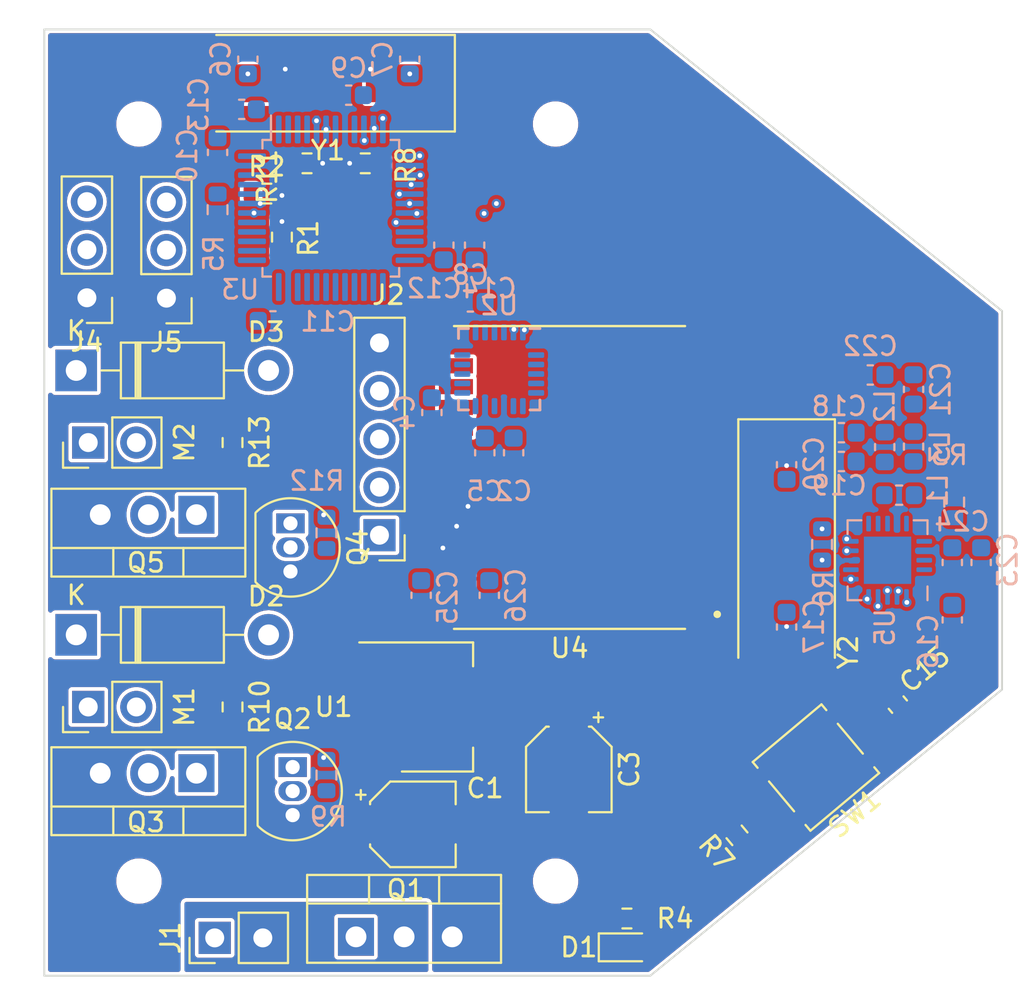
<source format=kicad_pcb>
(kicad_pcb (version 20211014) (generator pcbnew)
  (layers (0 "F.Cu" power) (1 "In1.Cu" mixed) (2 "In2.Cu" mixed) (31 "B.Cu" power) (34 "B.Paste" user) (35 "F.Paste" user) (36 "B.SilkS" user "B.Silkscreen") (37 "F.SilkS" user "F.Silkscreen") (38 "B.Mask" user) (39 "F.Mask" user) (44 "Edge.Cuts" user))
  (net 0 "")
  (net 1 "/SERVO1")
  (net 2 "GND")
  (net 3 "3.3V")
  (net 4 "Net-(C5-Pad1)")
  (net 5 "Net-(C6-Pad2)")
  (net 6 "Net-(C7-Pad2)")
  (net 7 "Net-(C8-Pad1)")
  (net 8 "RESET")
  (net 9 "Net-(D1-Pad1)")
  (net 10 "7.4V")
  (net 11 "Net-(D2-Pad2)")
  (net 12 "Net-(D3-Pad2)")
  (net 13 "/Batt-")
  (net 14 "SWCLK")
  (net 15 "SWDIO")
  (net 16 "RADIO_CE")
  (net 17 "RADIO_CSN")
  (net 18 "SPI_SCK")
  (net 19 "SPI_MOSI")
  (net 20 "SPI_MISO")
  (net 21 "RADIO_IRQ")
  (net 22 "/SERVO2")
  (net 23 "/PWM1")
  (net 24 "Net-(Q2-Pad1)")
  (net 25 "Net-(Q2-Pad2)")
  (net 26 "Net-(Q4-Pad1)")
  (net 27 "Net-(Q4-Pad2)")
  (net 28 "I2C_SCL")
  (net 29 "I2C_SDA")
  (net 30 "Net-(R5-Pad2)")
  (net 31 "/PWM2")
  (net 50 "GPS_IRQ")
  (net 51 "GPS_CSN")
  (net 77 "Net-(C16-Pad1)")
  (net 78 "Net-(C17-Pad1)")
  (net 79 "Net-(C18-Pad2)")
  (net 80 "Net-(C20-Pad1)")
  (net 81 "Net-(C21-Pad1)")
  (net 82 "/Radio/50ohm")
  (net 83 "Net-(L1-Pad1)")
  (net 84 "Net-(L1-Pad2)")
  (net 85 "Net-(R3-Pad2)")
  (footprint "Resistor_SMD:R_0603_1608Metric" (layer "F.Cu") (at 54.5803 57.581987 130)
    (fp_text reference "R7" (at 0 -1.43 130) (layer "F.SilkS"))
    (fp_text value "10k")
    (pad "1" smd roundrect (at -0.825 0 130) (size 0.8 0.95) (layers "F.Cu" "F.Paste" "F.Mask") (net 3 "3.3V"))
    (pad "2" smd roundrect (at 0.825 0 130) (size 0.8 0.95) (layers "F.Cu" "F.Paste" "F.Mask") (net 8 "RESET"))
  )
  (footprint "LED_SMD:LED_0603_1608Metric" (layer "F.Cu") (at 48.768 63.5)
    (fp_text reference "D1" (at -2.54 0) (layer "F.SilkS"))
    (fp_text value "LED")
    (pad "1" smd roundrect (at -0.7875 0) (size 0.875 0.95) (layers "F.Cu" "F.Paste" "F.Mask") (net 9 "Net-(D1-Pad1)"))
    (pad "2" smd roundrect (at 0.7875 0) (size 0.875 0.95) (layers "F.Cu" "F.Paste" "F.Mask") (net 3 "3.3V"))
  )
  (footprint "Connector_PinHeader_2.54mm:PinHeader_1x03_P2.54mm_Vertical" (layer "F.Cu") (at 20.25 29.18 180)
    (fp_text reference "J4" (at 0 -2.33) (layer "F.SilkS"))
    (fp_text value "Servo")
    (pad "1" thru_hole rect (at 0 0 180) (size 1.7 1.7) (drill 1) (layers *.Cu *.Mask) (net 2 "GND"))
    (pad "2" thru_hole oval (at 0 2.54 180) (size 1.7 1.7) (drill 1) (layers *.Cu *.Mask) (net 3 "3.3V"))
    (pad "3" thru_hole oval (at 0 5.08 180) (size 1.7 1.7) (drill 1) (layers *.Cu *.Mask) (net 1 "/SERVO1"))
  )
  (footprint "Package_TO_SOT_THT:TO-220-3_Vertical" (layer "F.Cu") (at 26.035 40.64 180)
    (fp_text reference "Q5" (at 2.667 -2.54) (layer "F.SilkS"))
    (fp_text value "IRLZ44N")
    (pad "1" thru_hole rect (at 0 0 180) (size 1.905 2) (drill 1.1) (layers *.Cu *.Mask) (net 26 "Net-(Q4-Pad1)"))
    (pad "2" thru_hole oval (at 2.54 0 180) (size 1.905 2) (drill 1.1) (layers *.Cu *.Mask) (net 12 "Net-(D3-Pad2)"))
    (pad "3" thru_hole oval (at 5.08 0 180) (size 1.905 2) (drill 1.1) (layers *.Cu *.Mask) (net 2 "GND"))
  )
  (footprint "Connector_PinHeader_2.54mm:PinHeader_1x03_P2.54mm_Vertical" (layer "F.Cu") (at 24.45 29.2 180)
    (fp_text reference "J5" (at 0 -2.33) (layer "F.SilkS"))
    (fp_text value "Servo")
    (pad "1" thru_hole rect (at 0 0 180) (size 1.7 1.7) (drill 1) (layers *.Cu *.Mask) (net 2 "GND"))
    (pad "2" thru_hole oval (at 0 2.54 180) (size 1.7 1.7) (drill 1) (layers *.Cu *.Mask) (net 3 "3.3V"))
    (pad "3" thru_hole oval (at 0 5.08 180) (size 1.7 1.7) (drill 1) (layers *.Cu *.Mask) (net 22 "/SERVO2"))
  )
  (footprint "Crystal:Crystal_SMD_HC49-SD" (layer "F.Cu") (at 32.982 17.845 180)
    (fp_text reference "Y1" (at 0 -3.55 180) (layer "F.SilkS"))
    (fp_text value "8MHz")
    (pad "1" smd rect (at -4.25 0 180) (size 4.5 2) (layers "F.Cu" "F.Paste" "F.Mask") (net 6 "Net-(C7-Pad2)"))
    (pad "2" smd rect (at 4.25 0 180) (size 4.5 2) (layers "F.Cu" "F.Paste" "F.Mask") (net 5 "Net-(C6-Pad2)"))
  )
  (footprint "Resistor_SMD:R_0603_1608Metric" (layer "F.Cu") (at 30.55 25.975 90)
    (fp_text reference "R1" (at -0.064 1.397 90) (layer "F.SilkS"))
    (fp_text value "10k")
    (pad "1" smd roundrect (at -0.825 0 90) (size 0.8 0.95) (layers "F.Cu" "F.Paste" "F.Mask") (net 3 "3.3V"))
    (pad "2" smd roundrect (at 0.825 0 90) (size 0.8 0.95) (layers "F.Cu" "F.Paste" "F.Mask") (net 28 "I2C_SCL"))
  )
  (footprint "Crystal:Crystal_SMD_HC49-SD" (layer "F.Cu") (at 57.2 42.3 -90)
    (fp_text reference "Y2" (at 5.6 -3.25 90) (layer "F.SilkS"))
    (fp_text value "16MHz")
    (pad "1" smd rect (at -4.25 0 270) (size 4.5 2) (layers "F.Cu" "F.Paste" "F.Mask") (net 80 "Net-(C20-Pad1)"))
    (pad "2" smd rect (at 4.25 0 270) (size 4.5 2) (layers "F.Cu" "F.Paste" "F.Mask") (net 78 "Net-(C17-Pad1)"))
  )
  (footprint "Button_Switch_SMD:SW_SPST_TL3305A" (layer "F.Cu") (at 58.75 54 40)
    (fp_text reference "SW1" (at 0 3.175 40) (layer "F.SilkS"))
    (fp_text value "SW_MEC_5E")
    (pad "1" smd rect (at 3.6 -1.5 40) (size 1.6 1.4) (layers "F.Cu" "F.Paste" "F.Mask") (net 8 "RESET"))
    (pad "1" smd rect (at -3.6 -1.5 40) (size 1.6 1.4) (layers "F.Cu" "F.Paste" "F.Mask") (net 8 "RESET"))
    (pad "2" smd rect (at 3.6 1.5 40) (size 1.6 1.4) (layers "F.Cu" "F.Paste" "F.Mask") (net 2 "GND"))
    (pad "2" smd rect (at -3.6 1.5 40) (size 1.6 1.4) (layers "F.Cu" "F.Paste" "F.Mask") (net 2 "GND"))
  )
  (footprint "Resistor_SMD:R_0603_1608Metric" (layer "F.Cu") (at 34.95 22.075 180)
    (fp_text reference "R8" (at -2.15 -0.1 90) (layer "F.SilkS"))
    (fp_text value "1M")
    (pad "1" smd roundrect (at -0.825 0 180) (size 0.8 0.95) (layers "F.Cu" "F.Paste" "F.Mask") (net 3 "3.3V"))
    (pad "2" smd roundrect (at 0.825 0 180) (size 0.8 0.95) (layers "F.Cu" "F.Paste" "F.Mask") (net 23 "/PWM1"))
  )
  (footprint "Package_TO_SOT_THT:TO-220-3_Vertical" (layer "F.Cu") (at 26.035 54.3 180)
    (fp_text reference "Q3" (at 2.667 -2.596) (layer "F.SilkS"))
    (fp_text value "IRLZ44N")
    (pad "1" thru_hole rect (at 0 0 180) (size 1.905 2) (drill 1.1) (layers *.Cu *.Mask) (net 24 "Net-(Q2-Pad1)"))
    (pad "2" thru_hole oval (at 2.54 0 180) (size 1.905 2) (drill 1.1) (layers *.Cu *.Mask) (net 11 "Net-(D2-Pad2)"))
    (pad "3" thru_hole oval (at 5.08 0 180) (size 1.905 2) (drill 1.1) (layers *.Cu *.Mask) (net 2 "GND"))
  )
  (footprint "Package_TO_SOT_SMD:SOT-223-3_TabPin2" (layer "F.Cu") (at 38.735 50.8)
    (fp_text reference "U1" (at -5.461 0) (layer "F.SilkS"))
    (fp_text value "AZ1117-3.3")
    (pad "1" smd rect (at -3.15 -2.3) (size 2 1.5) (layers "F.Cu" "F.Paste" "F.Mask") (net 2 "GND"))
    (pad "2" smd rect (at -3.15 0) (size 2 1.5) (layers "F.Cu" "F.Paste" "F.Mask") (net 3 "3.3V"))
    (pad "2" smd rect (at 3.15 0) (size 2 3.8) (layers "F.Cu" "F.Paste" "F.Mask") (net 3 "3.3V"))
    (pad "3" smd rect (at -3.15 2.3) (size 2 1.5) (layers "F.Cu" "F.Paste" "F.Mask") (net 10 "7.4V"))
  )
  (footprint "Capacitor_SMD:C_0603_1608Metric" (layer "F.Cu") (at 63.075 50.675 130)
    (fp_text reference "C15" (at 0.508 2.286 40) (layer "F.SilkS"))
    (fp_text value "100nF")
    (pad "1" smd roundrect (at -0.775 0 130) (size 0.9 0.95) (layers "F.Cu" "F.Paste" "F.Mask") (net 2 "GND"))
    (pad "2" smd roundrect (at 0.775 0 130) (size 0.9 0.95) (layers "F.Cu" "F.Paste" "F.Mask") (net 8 "RESET"))
  )
  (footprint "Connector_PinHeader_2.54mm:PinHeader_1x02_P2.54mm_Vertical" (layer "F.Cu") (at 27 63 90)
    (fp_text reference "J1" (at 0 -2.33 90) (layer "F.SilkS"))
    (fp_text value "Batterie")
    (pad "1" thru_hole rect (at 0 0 90) (size 1.7 1.7) (drill 1) (layers *.Cu *.Mask) (net 10 "7.4V"))
    (pad "2" thru_hole oval (at 0 2.54 90) (size 1.7 1.7) (drill 1) (layers *.Cu *.Mask) (net 13 "/Batt-"))
  )
  (footprint "Resistor_SMD:R_0603_1608Metric" (layer "F.Cu") (at 31.875 22.075)
    (fp_text reference "R11" (at -2.1 0.7 90) (layer "F.SilkS"))
    (fp_text value "1M")
    (pad "1" smd roundrect (at -0.825 0) (size 0.8 0.95) (layers "F.Cu" "F.Paste" "F.Mask") (net 3 "3.3V"))
    (pad "2" smd roundrect (at 0.825 0) (size 0.8 0.95) (layers "F.Cu" "F.Paste" "F.Mask") (net 31 "/PWM2"))
  )
  (footprint "Resistor_SMD:R_0603_1608Metric" (layer "F.Cu") (at 27.94 36.83 -90)
    (fp_text reference "R13" (at 0 -1.43 90) (layer "F.SilkS"))
    (fp_text value "10k")
    (pad "1" smd roundrect (at -0.825 0 270) (size 0.8 0.95) (layers "F.Cu" "F.Paste" "F.Mask") (net 10 "7.4V"))
    (pad "2" smd roundrect (at 0.825 0 270) (size 0.8 0.95) (layers "F.Cu" "F.Paste" "F.Mask") (net 26 "Net-(Q4-Pad1)"))
  )
  (footprint "Package_TO_SOT_THT:TO-92_Inline" (layer "F.Cu") (at 31 41.1 -90)
    (fp_text reference "Q4" (at 1.27 -3.56 90) (layer "F.SilkS"))
    (fp_text value "BC547")
    (pad "1" thru_hole rect (at 0 0 270) (size 1.05 1.5) (drill 0.75) (layers *.Cu *.Mask) (net 26 "Net-(Q4-Pad1)"))
    (pad "2" thru_hole oval (at 1.27 0 270) (size 1.05 1.5) (drill 0.75) (layers *.Cu *.Mask) (net 27 "Net-(Q4-Pad2)"))
    (pad "3" thru_hole oval (at 2.54 0 270) (size 1.05 1.5) (drill 0.75) (layers *.Cu *.Mask) (net 2 "GND"))
  )
  (footprint "Resistor_SMD:R_0603_1608Metric" (layer "F.Cu") (at 48.768 61.976)
    (fp_text reference "R4" (at 2.54 0) (layer "F.SilkS"))
    (fp_text value "170")
    (pad "1" smd roundrect (at -0.825 0) (size 0.8 0.95) (layers "F.Cu" "F.Paste" "F.Mask") (net 9 "Net-(D1-Pad1)"))
    (pad "2" smd roundrect (at 0.825 0) (size 0.8 0.95) (layers "F.Cu" "F.Paste" "F.Mask") (net 2 "GND"))
  )
  (footprint "MountingHole:MountingHole_2mm" (layer "F.Cu") (at 45 20)
    (fp_text reference "**REF" hide)
    (fp_text value "MountingHole_2mm")
    (pad "" np_thru_hole circle locked (at 0 0) (size 2 2) (drill 2) (layers *.Mask "F.Cu" "In1.Cu" "In2.Cu" "B.Cu"))
  )
  (footprint "MountingHole:MountingHole_2mm" (layer "F.Cu") (at 23 60)
    (fp_text reference "REF**" hide)
    (fp_text value "MountingHole_2mm")
    (pad "" np_thru_hole circle locked (at 0 0) (size 2 2) (drill 2) (layers *.Mask "F.Cu" "In1.Cu" "In2.Cu" "B.Cu"))
  )
  (footprint "MountingHole:MountingHole_2mm" (layer "F.Cu") (at 23 20)
    (fp_text reference "**REF" hide)
    (fp_text value "MountingHole_2mm")
    (pad "" np_thru_hole circle locked (at 0 0) (size 2 2) (drill 2) (layers *.Cu *.Mask))
  )
  (footprint "Connector_PinHeader_2.54mm:PinHeader_1x02_P2.54mm_Vertical" (layer "F.Cu") (at 20.32 50.8 90)
    (fp_text reference "M1" (at 0 5.08 90) (layer "F.SilkS"))
    (fp_text value "Motor_DC")
    (pad "1" thru_hole rect (at 0 0 90) (size 1.7 1.7) (drill 1) (layers *.Cu *.Mask) (net 10 "7.4V"))
    (pad "2" thru_hole oval (at 0 2.54 90) (size 1.7 1.7) (drill 1) (layers *.Cu *.Mask) (net 11 "Net-(D2-Pad2)"))
  )
  (footprint "Capacitor_SMD:CP_Elec_4x5.4" (layer "F.Cu") (at 37.465 57)
    (fp_text reference "C1" (at 3.81 -1.905) (layer "F.SilkS"))
    (fp_text value "10uF")
    (pad "1" smd roundrect (at -1.8 0) (size 2.6 1.6) (layers "F.Cu" "F.Paste" "F.Mask") (roundrect_rratio 0.15625) (net 10 "7.4V"))
    (pad "2" smd roundrect (at 1.8 0) (size 2.6 1.6) (layers "F.Cu" "F.Paste" "F.Mask") (roundrect_rratio 0.15625) (net 2 "GND"))
  )
  (footprint "Diode_THT:D_DO-41_SOD81_P10.16mm_Horizontal" (layer "F.Cu") (at 19.685 33.02)
    (fp_text reference "D3" (at 10.033 -2.032) (layer "F.SilkS"))
    (fp_text value "1N5819")
    (fp_text user "K" (at 0 -2.1) (layer "F.SilkS"))
    (pad "1" thru_hole rect (at 0 0) (size 2.2 2.2) (drill 1.1) (layers *.Cu *.Mask) (net 10 "7.4V"))
    (pad "2" thru_hole oval (at 10.16 0) (size 2.2 2.2) (drill 1.1) (layers *.Cu *.Mask) (net 12 "Net-(D3-Pad2)"))
  )
  (footprint "ICs:XCVR_NEO-M9N-00B" (layer "F.Cu") (at 45.7375 38.675 180)
    (fp_text reference "U4" (at 0 -9.017) (layer "F.SilkS"))
    (fp_text value "NEO-M9N-00B")
    (pad "1" smd rect (at -6 -7 180) (size 1.8 0.8) (layers "F.Cu" "F.Mask"))
    (pad "2" smd rect (at -6 -5.9 180) (size 1.8 0.8) (layers "F.Cu" "F.Mask") (net 2 "GND"))
    (pad "3" smd rect (at -6 -4.8 180) (size 1.8 0.8) (layers "F.Cu" "F.Mask"))
    (pad "4" smd rect (at -6 -3.7 180) (size 1.8 0.8) (layers "F.Cu" "F.Mask") (net 50 "GPS_IRQ"))
    (pad "5" smd rect (at -6 -2.6 180) (size 1.8 0.8) (layers "F.Cu" "F.Mask"))
    (pad "6" smd rect (at -6 -1.5 180) (size 1.8 0.8) (layers "F.Cu" "F.Mask"))
    (pad "7" smd rect (at -6 -0.4 180) (size 1.8 0.8) (layers "F.Cu" "F.Mask") (net 2 "GND"))
    (pad "8" smd rect (at -6 2.6 180) (size 1.8 0.8) (layers "F.Cu" "F.Mask") (net 8 "RESET"))
    (pad "9" smd rect (at -6 3.7 180) (size 1.8 0.8) (layers "F.Cu" "F.Mask"))
    (pad "10" smd rect (at -6 4.8 180) (size 1.8 0.8) (layers "F.Cu" "F.Mask") (net 2 "GND"))
    (pad "11" smd rect (at -6 5.9 180) (size 1.8 0.8) (layers "F.Cu" "F.Mask"))
    (pad "12" smd rect (at -6 7 180) (size 1.8 0.8) (layers "F.Cu" "F.Mask") (net 2 "GND"))
    (pad "13" smd rect (at 6 7 180) (size 1.8 0.8) (layers "F.Cu" "F.Mask") (net 2 "GND"))
    (pad "14" smd rect (at 6 5.9 180) (size 1.8 0.8) (layers "F.Cu" "F.Mask"))
    (pad "15" smd rect (at 6 4.8 180) (size 1.8 0.8) (layers "F.Cu" "F.Mask"))
    (pad "16" smd rect (at 6 3.7 180) (size 1.8 0.8) (layers "F.Cu" "F.Mask"))
    (pad "17" smd rect (at 6 2.6 180) (size 1.8 0.8) (layers "F.Cu" "F.Mask"))
    (pad "18" smd rect (at 6 -0.4 180) (size 1.8 0.8) (layers "F.Cu" "F.Mask") (net 51 "GPS_CSN"))
    (pad "19" smd rect (at 6 -1.5 180) (size 1.8 0.8) (layers "F.Cu" "F.Mask") (net 18 "SPI_SCK"))
    (pad "20" smd rect (at 6 -2.6 180) (size 1.8 0.8) (layers "F.Cu" "F.Mask") (net 20 "SPI_MISO"))
    (pad "21" smd rect (at 6 -3.7 180) (size 1.8 0.8) (layers "F.Cu" "F.Mask") (net 19 "SPI_MOSI"))
    (pad "22" smd rect (at 6 -4.8 180) (size 1.8 0.8) (layers "F.Cu" "F.Mask") (net 3 "3.3V"))
    (pad "23" smd rect (at 6 -5.9 180) (size 1.8 0.8) (layers "F.Cu" "F.Mask") (net 3 "3.3V"))
    (pad "24" smd rect (at 6 -7 180) (size 1.8 0.8) (layers "F.Cu" "F.Mask") (net 2 "GND"))
  )
  (footprint "MountingHole:MountingHole_2mm" (layer "F.Cu") (at 45 60)
    (fp_text reference "REF**" hide)
    (fp_text value "MountingHole_2mm")
    (pad "" np_thru_hole circle locked (at 0 0) (size 2 2) (drill 2) (layers *.Mask "F.Cu" "In1.Cu" "In2.Cu" "B.Cu"))
  )
  (footprint "Connector_PinHeader_2.54mm:PinHeader_1x05_P2.54mm_Vertical" (layer "F.Cu") (at 35.7 41.725 180)
    (fp_text reference "J2" (at -0.472043 12.691224) (layer "F.SilkS"))
    (fp_text value "Debug")
    (pad "1" thru_hole rect (at 0 0 180) (size 1.7 1.7) (drill 1) (layers *.Cu *.Mask) (net 3 "3.3V"))
    (pad "2" thru_hole oval (at 0 2.54 180) (size 1.7 1.7) (drill 1) (layers *.Cu *.Mask) (net 14 "SWCLK"))
    (pad "3" thru_hole oval (at 0.000001 5.08 180) (size 1.7 1.7) (drill 1) (layers *.Cu *.Mask) (net 15 "SWDIO"))
    (pad "4" thru_hole oval (at 0 7.62 180) (size 1.7 1.7) (drill 1) (layers *.Cu *.Mask) (net 8 "RESET"))
    (pad "5" thru_hole oval (at 0 10.16 180) (size 1.7 1.7) (drill 1) (layers *.Cu *.Mask) (net 2 "GND"))
  )
  (footprint "Package_TO_SOT_THT:TO-92_Inline" (layer "F.Cu") (at 31.115 53.975 -90)
    (fp_text reference "Q2" (at -2.54 0 180) (layer "F.SilkS"))
    (fp_text value "BC547")
    (pad "1" thru_hole rect (at 0 0 270) (size 1.05 1.5) (drill 0.75) (layers *.Cu *.Mask) (net 24 "Net-(Q2-Pad1)"))
    (pad "2" thru_hole oval (at 1.27 0 270) (size 1.05 1.5) (drill 0.75) (layers *.Cu *.Mask) (net 25 "Net-(Q2-Pad2)"))
    (pad "3" thru_hole oval (at 2.54 0 270) (size 1.05 1.5) (drill 0.75) (layers *.Cu *.Mask) (net 2 "GND"))
  )
  (footprint "Package_TO_SOT_THT:TO-220-3_Vertical" (layer "F.Cu") (at 34.46 62.945)
    (fp_text reference "Q1" (at 2.624 -2.493 180) (layer "F.SilkS"))
    (fp_text value "IRLZ44N")
    (pad "1" thru_hole rect (at 0 0) (size 1.905 2) (drill 1.1) (layers *.Cu *.Mask) (net 10 "7.4V"))
    (pad "2" thru_hole oval (at 2.54 0) (size 1.905 2) (drill 1.1) (layers *.Cu *.Mask) (net 13 "/Batt-"))
    (pad "3" thru_hole oval (at 5.08 0) (size 1.905 2) (drill 1.1) (layers *.Cu *.Mask) (net 2 "GND"))
  )
  (footprint "Diode_THT:D_DO-41_SOD81_P10.16mm_Horizontal" (layer "F.Cu") (at 19.685 46.99)
    (fp_text reference "D2" (at 10.033 -2.032) (layer "F.SilkS"))
    (fp_text value "1N5819")
    (fp_text user "K" (at 0 -2.1) (layer "F.SilkS"))
    (pad "1" thru_hole rect (at 0 0) (size 2.2 2.2) (drill 1.1) (layers *.Cu *.Mask) (net 10 "7.4V"))
    (pad "2" thru_hole oval (at 10.16 0) (size 2.2 2.2) (drill 1.1) (layers *.Cu *.Mask) (net 11 "Net-(D2-Pad2)"))
  )
  (footprint "Capacitor_SMD:CP_Elec_4x5.4" (layer "F.Cu") (at 45.7 54.1 -90)
    (fp_text reference "C3" (at 0 -3.2 90) (layer "F.SilkS"))
    (fp_text value "22uF")
    (pad "1" smd roundrect (at -1.8 0 270) (size 2.6 1.6) (layers "F.Cu" "F.Paste" "F.Mask") (roundrect_rratio 0.15625) (net 3 "3.3V"))
    (pad "2" smd roundrect (at 1.8 0 270) (size 2.6 1.6) (layers "F.Cu" "F.Paste" "F.Mask") (roundrect_rratio 0.15625) (net 2 "GND"))
  )
  (footprint "Resistor_SMD:R_0603_1608Metric" (layer "F.Cu") (at 29.75 23.675)
    (fp_text reference "R2" (at 0 -1.43) (layer "F.SilkS"))
    (fp_text value "10k")
    (pad "1" smd roundrect (at -0.825 0) (size 0.8 0.95) (layers "F.Cu" "F.Paste" "F.Mask") (net 3 "3.3V"))
    (pad "2" smd roundrect (at 0.825 0) (size 0.8 0.95) (layers "F.Cu" "F.Paste" "F.Mask") (net 29 "I2C_SDA"))
  )
  (footprint "Resistor_SMD:R_0603_1608Metric" (layer "F.Cu") (at 27.94 50.8 -90)
    (fp_text reference "R10" (at 0 -1.43 90) (layer "F.SilkS"))
    (fp_text value "10k")
    (pad "1" smd roundrect (at -0.825 0 270) (size 0.8 0.95) (layers "F.Cu" "F.Paste" "F.Mask") (net 10 "7.4V"))
    (pad "2" smd roundrect (at 0.825 0 270) (size 0.8 0.95) (layers "F.Cu" "F.Paste" "F.Mask") (net 24 "Net-(Q2-Pad1)"))
  )
  (footprint "Connector_PinHeader_2.54mm:PinHeader_1x02_P2.54mm_Vertical" (layer "F.Cu") (at 20.32 36.83 90)
    (fp_text reference "M2" (at 0 5.08 270) (layer "F.SilkS"))
    (fp_text value "Motor_DC")
    (pad "1" thru_hole rect (at 0 0 90) (size 1.7 1.7) (drill 1) (layers *.Cu *.Mask) (net 10 "7.4V"))
    (pad "2" thru_hole oval (at 0 2.54 90) (size 1.7 1.7) (drill 1) (layers *.Cu *.Mask) (net 12 "Net-(D3-Pad2)"))
  )
  (footprint "Resistor_SMD:R_0603_1608Metric" (layer "B.Cu") (at 32.9 54.4 -90)
    (fp_text reference "R9" (at 2.2 -0.1 180) (layer "B.SilkS") (effects (justify mirror)))
    (fp_text value "20k")
    (pad "1" smd roundrect (at -0.825 0 270) (size 0.8 0.95) (layers "B.Cu" "B.Paste" "B.Mask") (net 23 "/PWM1"))
    (pad "2" smd roundrect (at 0.825 0 270) (size 0.8 0.95) (layers "B.Cu" "B.Paste" "B.Mask") (net 25 "Net-(Q2-Pad2)"))
  )
  (footprint "Capacitor_SMD:C_0603_1608Metric" (layer "B.Cu") (at 42.786 37.368 -90)
    (fp_text reference "C2" (at 2.032 0) (layer "B.SilkS") (effects (justify mirror)))
    (fp_text value "10nF")
    (pad "1" smd roundrect (at -0.775 0 270) (size 0.9 0.95) (layers "B.Cu" "B.Paste" "B.Mask") (net 3 "3.3V"))
    (pad "2" smd roundrect (at 0.775 0 270) (size 0.9 0.95) (layers "B.Cu" "B.Paste" "B.Mask") (net 2 "GND"))
  )
  (footprint "Capacitor_SMD:C_0603_1608Metric" (layer "B.Cu") (at 37.9 44.9 -90)
    (fp_text reference "C25" (at 0.114 -1.397 90) (layer "B.SilkS") (effects (justify mirror)))
    (fp_text value "100nF")
    (pad "1" smd roundrect (at -0.775 0 270) (size 0.9 0.95) (layers "B.Cu" "B.Paste" "B.Mask") (net 3 "3.3V"))
    (pad "2" smd roundrect (at 0.775 0 270) (size 0.9 0.95) (layers "B.Cu" "B.Paste" "B.Mask") (net 2 "GND"))
  )
  (footprint "Capacitor_SMD:C_0603_1608Metric" (layer "B.Cu") (at 28.75 16.575 -90)
    (fp_text reference "C6" (at 0 1.43 90) (layer "B.SilkS") (effects (justify mirror)))
    (fp_text value "30pF")
    (pad "1" smd roundrect (at -0.775 0 270) (size 0.9 0.95) (layers "B.Cu" "B.Paste" "B.Mask") (net 2 "GND"))
    (pad "2" smd roundrect (at 0.775 0 270) (size 0.9 0.95) (layers "B.Cu" "B.Paste" "B.Mask") (net 5 "Net-(C6-Pad2)"))
  )
  (footprint "Capacitor_SMD:C_0603_1608Metric" (layer "B.Cu") (at 61.619 33.259)
    (fp_text reference "C22" (at 0 -1.524) (layer "B.SilkS") (effects (justify mirror)))
    (fp_text value "1.0pF")
    (pad "1" smd roundrect (at -0.775 0) (size 0.9 0.95) (layers "B.Cu" "B.Paste" "B.Mask") (net 2 "GND"))
    (pad "2" smd roundrect (at 0.775 0) (size 0.9 0.95) (layers "B.Cu" "B.Paste" "B.Mask") (net 82 "/Radio/50ohm"))
  )
  (footprint "Capacitor_SMD:C_0603_1608Metric" (layer "B.Cu") (at 41.5 44.9 -90)
    (fp_text reference "C26" (at 0.013 -1.397 90) (layer "B.SilkS") (effects (justify mirror)))
    (fp_text value "100nF")
    (pad "1" smd roundrect (at -0.775 0 270) (size 0.9 0.95) (layers "B.Cu" "B.Paste" "B.Mask") (net 3 "3.3V"))
    (pad "2" smd roundrect (at 0.775 0 270) (size 0.9 0.95) (layers "B.Cu" "B.Paste" "B.Mask") (net 2 "GND"))
  )
  (footprint "Capacitor_SMD:C_0603_1608Metric" (layer "B.Cu") (at 39.1 26.4 90)
    (fp_text reference "C12" (at -2.286 -0.508) (layer "B.SilkS") (effects (justify mirror)))
    (fp_text value "100nF")
    (pad "1" smd roundrect (at -0.775 0 90) (size 0.9 0.95) (layers "B.Cu" "B.Paste" "B.Mask") (net 3 "3.3V"))
    (pad "2" smd roundrect (at 0.775 0 90) (size 0.9 0.95) (layers "B.Cu" "B.Paste" "B.Mask") (net 2 "GND"))
  )
  (footprint "Capacitor_SMD:C_0603_1608Metric" (layer "B.Cu") (at 41.262 37.368 -90)
    (fp_text reference "C5" (at 2.032 0) (layer "B.SilkS") (effects (justify mirror)))
    (fp_text value "0.1uF")
    (pad "1" smd roundrect (at -0.775 0 270) (size 0.9 0.95) (layers "B.Cu" "B.Paste" "B.Mask") (net 4 "Net-(C5-Pad1)"))
    (pad "2" smd roundrect (at 0.775 0 270) (size 0.9 0.95) (layers "B.Cu" "B.Paste" "B.Mask") (net 2 "GND"))
  )
  (footprint "Capacitor_SMD:C_0603_1608Metric" (layer "B.Cu") (at 63.905 34.021 90)
    (fp_text reference "C21" (at 0 1.43 90) (layer "B.SilkS") (effects (justify mirror)))
    (fp_text value "1.5pF")
    (pad "1" smd roundrect (at -0.775 0 90) (size 0.9 0.95) (layers "B.Cu" "B.Paste" "B.Mask") (net 81 "Net-(C21-Pad1)"))
    (pad "2" smd roundrect (at 0.775 0 90) (size 0.9 0.95) (layers "B.Cu" "B.Paste" "B.Mask") (net 82 "/Radio/50ohm"))
  )
  (footprint "Resistor_SMD:R_0603_1608Metric" (layer "B.Cu") (at 66.05 39.975 -90)
    (fp_text reference "R3" (at -2.477 0.254) (layer "B.SilkS") (effects (justify mirror)))
    (fp_text value "22k")
    (pad "1" smd roundrect (at -0.825 0 270) (size 0.8 0.95) (layers "B.Cu" "B.Paste" "B.Mask") (net 2 "GND"))
    (pad "2" smd roundrect (at 0.825 0 270) (size 0.8 0.95) (layers "B.Cu" "B.Paste" "B.Mask") (net 85 "Net-(R3-Pad2)"))
  )
  (footprint "Capacitor_SMD:C_0603_1608Metric" (layer "B.Cu") (at 65.95 43.165 -90)
    (fp_text reference "C24" (at -2.159 -0.508) (layer "B.SilkS") (effects (justify mirror)))
    (fp_text value "1nF")
    (pad "1" smd roundrect (at -0.775 0 270) (size 0.9 0.95) (layers "B.Cu" "B.Paste" "B.Mask") (net 3 "3.3V"))
    (pad "2" smd roundrect (at 0.775 0 270) (size 0.9 0.95) (layers "B.Cu" "B.Paste" "B.Mask") (net 2 "GND"))
  )
  (footprint "Capacitor_SMD:C_0603_1608Metric" (layer "B.Cu") (at 60.095 37.831)
    (fp_text reference "C19" (at -0.114 1.27) (layer "B.SilkS") (effects (justify mirror)))
    (fp_text value "4.7pF")
    (pad "1" smd roundrect (at -0.775 0) (size 0.9 0.95) (layers "B.Cu" "B.Paste" "B.Mask") (net 2 "GND"))
    (pad "2" smd roundrect (at 0.775 0) (size 0.9 0.95) (layers "B.Cu" "B.Paste" "B.Mask") (net 79 "Net-(C18-Pad2)"))
  )
  (footprint "Capacitor_SMD:C_0603_1608Metric" (layer "B.Cu") (at 57.2 38 90)
    (fp_text reference "C20" (at 0.05 1.45 90) (layer "B.SilkS") (effects (justify mirror)))
    (fp_text value "22pF")
    (pad "1" smd roundrect (at -0.775 0 90) (size 0.9 0.95) (layers "B.Cu" "B.Paste" "B.Mask") (net 80 "Net-(C20-Pad1)"))
    (pad "2" smd roundrect (at 0.775 0 90) (size 0.9 0.95) (layers "B.Cu" "B.Paste" "B.Mask") (net 2 "GND"))
  )
  (footprint "Inductor_SMD:L_0603_1608Metric" (layer "B.Cu") (at 63.905 37.0435 90)
    (fp_text reference "L3" (at -0.0255 1.397 90) (layer "B.SilkS") (effects (justify mirror)))
    (fp_text value "3.9nH")
    (pad "1" smd roundrect (at -0.7875 0 90) (size 0.875 0.95) (layers "B.Cu" "B.Paste" "B.Mask") (net 84 "Net-(L1-Pad2)"))
    (pad "2" smd roundrect (at 0.7875 0 90) (size 0.875 0.95) (layers "B.Cu" "B.Paste" "B.Mask") (net 81 "Net-(C21-Pad1)"))
  )
  (footprint "Resistor_SMD:R_0603_1608Metric" (layer "B.Cu") (at 32.9 41.6 -90)
    (fp_text reference "R12" (at -2.75 0.5 180) (layer "B.SilkS") (effects (justify mirror)))
    (fp_text value "20k")
    (pad "1" smd roundrect (at -0.825 0 270) (size 0.8 0.95) (layers "B.Cu" "B.Paste" "B.Mask") (net 31 "/PWM2"))
    (pad "2" smd roundrect (at 0.825 0 270) (size 0.8 0.95) (layers "B.Cu" "B.Paste" "B.Mask") (net 27 "Net-(Q4-Pad2)"))
  )
  (footprint "Capacitor_SMD:C_0603_1608Metric" (layer "B.Cu") (at 37.3 16.575 -90)
    (fp_text reference "C7" (at 0 1.43 -270) (layer "B.SilkS") (effects (justify mirror)))
    (fp_text value "30pF")
    (pad "1" smd roundrect (at -0.775 0 270) (size 0.9 0.95) (layers "B.Cu" "B.Paste" "B.Mask") (net 2 "GND"))
    (pad "2" smd roundrect (at 0.775 0 270) (size 0.9 0.95) (layers "B.Cu" "B.Paste" "B.Mask") (net 6 "Net-(C7-Pad2)"))
  )
  (footprint "Capacitor_SMD:C_0603_1608Metric" (layer "B.Cu") (at 40.725 26.4 90)
    (fp_text reference "C14" (at -2.286 0.762) (layer "B.SilkS") (effects (justify mirror)))
    (fp_text value "10uF")
    (pad "1" smd roundrect (at -0.775 0 90) (size 0.9 0.95) (layers "B.Cu" "B.Paste" "B.Mask") (net 3 "3.3V"))
    (pad "2" smd roundrect (at 0.775 0 90) (size 0.9 0.95) (layers "B.Cu" "B.Paste" "B.Mask") (net 2 "GND"))
  )
  (footprint "Resistor_SMD:R_0603_1608Metric" (layer "B.Cu") (at 27.15 24.525 90)
    (fp_text reference "R5" (at -2.325 -0.203 90) (layer "B.SilkS") (effects (justify mirror)))
    (fp_text value "10k")
    (pad "1" smd roundrect (at -0.825 0 90) (size 0.8 0.95) (layers "B.Cu" "B.Paste" "B.Mask") (net 2 "GND"))
    (pad "2" smd roundrect (at 0.825 0 90) (size 0.8 0.95) (layers "B.Cu" "B.Paste" "B.Mask") (net 30 "Net-(R5-Pad2)"))
  )
  (footprint "Capacitor_SMD:C_0603_1608Metric" (layer "B.Cu") (at 40.5 29.4 180)
    (fp_text reference "C8" (at 0 1.43) (layer "B.SilkS") (effects (justify mirror)))
    (fp_text value "2.2nF 50V")
    (pad "1" smd roundrect (at -0.775 0 180) (size 0.9 0.95) (layers "B.Cu" "B.Paste" "B.Mask") (net 7 "Net-(C8-Pad1)"))
    (pad "2" smd roundrect (at 0.775 0 180) (size 0.9 0.95) (layers "B.Cu" "B.Paste" "B.Mask") (net 2 "GND"))
  )
  (footprint "Inductor_SMD:L_0603_1608Metric" (layer "B.Cu") (at 62.381 37.069 90)
    (fp_text reference "L2" (at 2.159 0 90) (layer "B.SilkS") (effects (justify mirror)))
    (fp_text value "2.7nH")
    (pad "1" smd roundrect (at -0.7875 0 90) (size 0.875 0.95) (layers "B.Cu" "B.Paste" "B.Mask") (net 83 "Net-(L1-Pad1)"))
    (pad "2" smd roundrect (at 0.7875 0 90) (size 0.875 0.95) (layers "B.Cu" "B.Paste" "B.Mask") (net 79 "Net-(C18-Pad2)"))
  )
  (footprint "Resistor_SMD:R_0603_1608Metric" (layer "B.Cu") (at 59.074 42.215 90)
    (fp_text reference "R6" (at -2.354 0.082 90) (layer "B.SilkS") (effects (justify mirror)))
    (fp_text value "1M")
    (pad "1" smd roundrect (at -0.825 0 90) (size 0.8 0.95) (layers "B.Cu" "B.Paste" "B.Mask") (net 78 "Net-(C17-Pad1)"))
    (pad "2" smd roundrect (at 0.825 0 90) (size 0.8 0.95) (layers "B.Cu" "B.Paste" "B.Mask") (net 80 "Net-(C20-Pad1)"))
  )
  (footprint "Capacitor_SMD:C_0603_1608Metric" (layer "B.Cu") (at 60.095 36.307)
    (fp_text reference "C18" (at -0.114 -1.397) (layer "B.SilkS") (effects (justify mirror)))
    (fp_text value "2.2nF")
    (pad "1" smd roundrect (at -0.775 0) (size 0.9 0.95) (layers "B.Cu" "B.Paste" "B.Mask") (net 2 "GND"))
    (pad "2" smd roundrect (at 0.775 0) (size 0.9 0.95) (layers "B.Cu" "B.Paste" "B.Mask") (net 79 "Net-(C18-Pad2)"))
  )
  (footprint "Inductor_SMD:L_0603_1608Metric" (layer "B.Cu") (at 63.143 39.609)
    (fp_text reference "L1" (at 2.045 -0.254 90) (layer "B.SilkS") (effects (justify mirror)))
    (fp_text value "8.2nH")
    (pad "1" smd roundrect (at -0.7875 0) (size 0.875 0.95) (layers "B.Cu" "B.Paste" "B.Mask") (net 83 "Net-(L1-Pad1)"))
    (pad "2" smd roundrect (at 0.7875 0) (size 0.875 0.95) (layers "B.Cu" "B.Paste" "B.Mask") (net 84 "Net-(L1-Pad2)"))
  )
  (footprint "Capacitor_SMD:C_0603_1608Metric" (layer "B.Cu") (at 65.95 46.2 -90)
    (fp_text reference "C16" (at 1.143 1.27 90) (layer "B.SilkS") (effects (justify mirror)))
    (fp_text value "33nF")
    (pad "1" smd roundrect (at -0.775 0 270) (size 0.9 0.95) (layers "B.Cu" "B.Paste" "B.Mask") (net 77 "Net-(C16-Pad1)"))
    (pad "2" smd roundrect (at 0.775 0 270) (size 0.9 0.95) (layers "B.Cu" "B.Paste" "B.Mask") (net 2 "GND"))
  )
  (footprint "Capacitor_SMD:C_0603_1608Metric" (layer "B.Cu") (at 34.075 18.475 180)
    (fp_text reference "C9" (at 0 1.43) (layer "B.SilkS") (effects (justify mirror)))
    (fp_text value "100nF")
    (pad "1" smd roundrect (at -0.775 0 180) (size 0.9 0.95) (layers "B.Cu" "B.Paste" "B.Mask") (net 3 "3.3V"))
    (pad "2" smd roundrect (at 0.775 0 180) (size 0.9 0.95) (layers "B.Cu" "B.Paste" "B.Mask") (net 2 "GND"))
  )
  (footprint "Package_DFN_QFN:QFN-20-1EP_4x4mm_P0.5mm_EP2.5x2.5mm" (layer "B.Cu") (at 62.531 43.048 90)
    (fp_text reference "U5" (at -3.546 -0.137 90) (layer "B.SilkS") (effects (justify mirror)))
    (fp_text value "NRF24L01")
    (pad "1" smd roundrect (at -1.9375 1 90) (size 0.825 0.25) (layers "B.Cu" "B.Paste" "B.Mask") (net 16 "RADIO_CE"))
    (pad "2" smd roundrect (at -1.9375 0.5 90) (size 0.825 0.25) (layers "B.Cu" "B.Paste" "B.Mask") (net 17 "RADIO_CSN"))
    (pad "3" smd roundrect (at -1.9375 0 90) (size 0.825 0.25) (layers "B.Cu" "B.Paste" "B.Mask") (net 18 "SPI_SCK"))
    (pad "4" smd roundrect (at -1.9375 -0.5 90) (size 0.825 0.25) (layers "B.Cu" "B.Paste" "B.Mask") (net 19 "SPI_MOSI"))
    (pad "5" smd roundrect (at -1.9375 -1 90) (size 0.825 0.25) (layers "B.Cu" "B.Paste" "B.Mask") (net 20 "SPI_MISO"))
    (pad "6" smd roundrect (at -1 -1.9375 90) (size 0.25 0.825) (layers "B.Cu" "B.Paste" "B.Mask") (net 21 "RADIO_IRQ"))
    (pad "7" smd roundrect (at -0.5 -1.9375 90) (size 0.25 0.825) (layers "B.Cu" "B.Paste" "B.Mask") (net 3 "3.3V"))
    (pad "8" smd roundrect (at 0 -1.9375 90) (size 0.25 0.825) (layers "B.Cu" "B.Paste" "B.Mask") (net 2 "GND"))
    (pad "9" smd roundrect (at 0.5 -1.9375 90) (size 0.25 0.825) (layers "B.Cu" "B.Paste" "B.Mask") (net 78 "Net-(C17-Pad1)"))
    (pad "10" smd roundrect (at 1 -1.9375 90) (size 0.25 0.825) (layers "B.Cu" "B.Paste" "B.Mask") (net 80 "Net-(C20-Pad1)"))
    (pad "11" smd roundrect (at 1.9375 -1 90) (size 0.825 0.25) (layers "B.Cu" "B.Paste" "B.Mask") (net 79 "Net-(C18-Pad2)"))
    (pad "12" smd roundrect (at 1.9375 -0.5 90) (size 0.825 0.25) (layers "B.Cu" "B.Paste" "B.Mask") (net 83 "Net-(L1-Pad1)"))
    (pad "13" smd roundrect (at 1.9375 0 90) (size 0.825 0.25) (layers "B.Cu" "B.Paste" "B.Mask") (net 84 "Net-(L1-Pad2)"))
    (pad "14" smd roundrect (at 1.9375 0.5 90) (size 0.825 0.25) (layers "B.Cu" "B.Paste" "B.Mask") (net 2 "GND"))
    (pad "15" smd roundrect (at 1.9375 1 90) (size 0.825 0.25) (layers "B.Cu" "B.Paste" "B.Mask") (net 3 "3.3V"))
    (pad "16" smd roundrect (at 1 1.9375 90) (size 0.25 0.825) (layers "B.Cu" "B.Paste" "B.Mask") (net 85 "Net-(R3-Pad2)"))
    (pad "17" smd roundrect (at 0.5 1.9375 90) (size 0.25 0.825) (layers "B.Cu" "B.Paste" "B.Mask") (net 2 "GND"))
    (pad "18" smd roundrect (at 0 1.9375 90) (size 0.25 0.825) (layers "B.Cu" "B.Paste" "B.Mask") (net 3 "3.3V"))
    (pad "19" smd roundrect (at -0.5 1.9375 90) (size 0.25 0.825) (layers "B.Cu" "B.Paste" "B.Mask") (net 77 "Net-(C16-Pad1)"))
    (pad "20" smd roundrect (at -1 1.9375 90) (size 0.25 0.825) (layers "B.Cu" "B.Paste" "B.Mask") (net 2 "GND"))
    (pad "21" smd rect (at 0 0 90) (size 2.5 2.5) (layers "B.Cu" "B.Mask"))
  )
  (footprint "Capacitor_SMD:C_0603_1608Metric" (layer "B.Cu") (at 67.474 43.165 -90)
    (fp_text reference "C23" (at -0.127 -1.397 90) (layer "B.SilkS") (effects (justify mirror)))
    (fp_text value "10nF")
    (pad "1" smd roundrect (at -0.775 0 270) (size 0.9 0.95) (layers "B.Cu" "B.Paste" "B.Mask") (net 3 "3.3V"))
    (pad "2" smd roundrect (at 0.775 0 270) (size 0.9 0.95) (layers "B.Cu" "B.Paste" "B.Mask") (net 2 "GND"))
  )
  (footprint "Capacitor_SMD:C_0603_1608Metric" (layer "B.Cu") (at 38.468 35.242 -90)
    (fp_text reference "C4" (at 0 1.43 90) (layer "B.SilkS") (effects (justify mirror)))
    (fp_text value "0.1uF")
    (pad "1" smd roundrect (at -0.775 0 270) (size 0.9 0.95) (layers "B.Cu" "B.Paste" "B.Mask") (net 3 "3.3V"))
    (pad "2" smd roundrect (at 0.775 0 270) (size 0.9 0.95) (layers "B.Cu" "B.Paste" "B.Mask") (net 2 "GND"))
  )
  (footprint "Sensor_Motion:InvenSense_QFN-24_4x4mm_P0.5mm" (layer "B.Cu") (at 42.024 32.956 180)
    (fp_text reference "U2" (at 0 3.375) (layer "B.SilkS") (effects (justify mirror)))
    (fp_text value "MPU-6050")
    (pad "1" smd roundrect (at -1.95 1.25 180) (size 0.85 0.3) (layers "B.Cu" "B.Paste" "B.Mask") (net 2 "GND"))
    (pad "2" smd roundrect (at -1.95 0.75 180) (size 0.85 0.3) (layers "B.Cu" "B.Paste" "B.Mask"))
    (pad "3" smd roundrect (at -1.95 0.25 180) (size 0.85 0.3) (layers "B.Cu" "B.Paste" "B.Mask"))
    (pad "4" smd roundrect (at -1.95 -0.25 180) (size 0.85 0.3) (layers "B.Cu" "B.Paste" "B.Mask"))
    (pad "5" smd roundrect (at -1.95 -0.75 180) (size 0.85 0.3) (layers "B.Cu" "B.Paste" "B.Mask"))
    (pad "6" smd roundrect (at -1.95 -1.25 180) (size 0.85 0.3) (layers "B.Cu" "B.Paste" "B.Mask"))
    (pad "7" smd roundrect (at -1.25 -1.95 90) (size 0.85 0.3) (layers "B.Cu" "B.Paste" "B.Mask"))
    (pad "8" smd roundrect (at -0.75 -1.95 90) (size 0.85 0.3) (layers "B.Cu" "B.Paste" "B.Mask") (net 3 "3.3V"))
    (pad "9" smd roundrect (at -0.25 -1.95 90) (size 0.85 0.3) (layers "B.Cu" "B.Paste" "B.Mask") (net 2 "GND"))
    (pad "10" smd roundrect (at 0.25 -1.95 90) (size 0.85 0.3) (layers "B.Cu" "B.Paste" "B.Mask") (net 4 "Net-(C5-Pad1)"))
    (pad "11" smd roundrect (at 0.75 -1.95 90) (size 0.85 0.3) (layers "B.Cu" "B.Paste" "B.Mask") (net 2 "GND"))
    (pad "12" smd roundrect (at 1.25 -1.95 90) (size 0.85 0.3) (layers "B.Cu" "B.Paste" "B.Mask"))
    (pad "13" smd roundrect (at 1.95 -1.25 180) (size 0.85 0.3) (layers "B.Cu" "B.Paste" "B.Mask") (net 3 "3.3V"))
    (pad "14" smd roundrect (at 1.95 -0.75 180) (size 0.85 0.3) (layers "B.Cu" "B.Paste" "B.Mask"))
    (pad "15" smd roundrect (at 1.95 -0.25 180) (size 0.85 0.3) (layers "B.Cu" "B.Paste" "B.Mask"))
    (pad "16" smd roundrect (at 1.95 0.25 180) (size 0.85 0.3) (layers "B.Cu" "B.Paste" "B.Mask"))
    (pad "17" smd roundrect (at 1.95 0.75 180) (size 0.85 0.3) (layers "B.Cu" "B.Paste" "B.Mask"))
    (pad "18" smd roundrect (at 1.95 1.25 180) (size 0.85 0.3) (layers "B.Cu" "B.Paste" "B.Mask") (net 2 "GND"))
    (pad "19" smd roundrect (at 1.25 1.95 90) (size 0.85 0.3) (layers "B.Cu" "B.Paste" "B.Mask"))
    (pad "20" smd roundrect (at 0.75 1.95 90) (size 0.85 0.3) (layers "B.Cu" "B.Paste" "B.Mask") (net 7 "Net-(C8-Pad1)"))
    (pad "21" smd roundrect (at 0.25 1.95 90) (size 0.85 0.3) (layers "B.Cu" "B.Paste" "B.Mask"))
    (pad "22" smd roundrect (at -0.25 1.95 90) (size 0.85 0.3) (layers "B.Cu" "B.Paste" "B.Mask"))
    (pad "23" smd roundrect (at -0.75 1.95 90) (size 0.85 0.3) (layers "B.Cu" "B.Paste" "B.Mask") (net 28 "I2C_SCL"))
    (pad "24" smd roundrect (at -1.25 1.95 90) (size 0.85 0.3) (layers "B.Cu" "B.Paste" "B.Mask") (net 29 "I2C_SDA"))
    (zone (net 0) (net_name "") (layer "B.Cu") (connect_pads (clearance 0)) (min_thickness 0.254)
      (keepout (tracks not_allowed) (vias not_allowed) (pads not_allowed) (copperpour not_allowed) (footprints allowed))
      (fill (thermal_gap 0.508) (thermal_bridge_width 0.508))
      (polygon (pts (xy 43.399 31.631) (xy 40.649 31.631) (xy 40.649 34.281) (xy 43.399 34.281)))
    )
  )
  (footprint "Capacitor_SMD:C_0603_1608Metric" (layer "B.Cu") (at 27.15 21.5 -90)
    (fp_text reference "C10" (at 0.175 1.6 90) (layer "B.SilkS") (effects (justify mirror)))
    (fp_text value "100nF")
    (pad "1" smd roundrect (at -0.775 0 270) (size 0.9 0.95) (layers "B.Cu" "B.Paste" "B.Mask") (net 3 "3.3V"))
    (pad "2" smd roundrect (at 0.775 0 270) (size 0.9 0.95) (layers "B.Cu" "B.Paste" "B.Mask") (net 2 "GND"))
  )
  (footprint "Package_QFP:LQFP-48_7x7mm_P0.5mm" (layer "B.Cu") (at 33.13 24.45 -90)
    (fp_text reference "U3" (at 4.3 4.78 180) (layer "B.SilkS") (effects (justify mirror)))
    (fp_text value "STM32F103CBTx")
    (pad "1" smd roundrect (at -4.1625 2.75 270) (size 1.475 0.3) (layers "B.Cu" "B.Paste" "B.Mask") (net 3 "3.3V"))
    (pad "2" smd roundrect (at -4.1625 2.25 270) (size 1.475 0.3) (layers "B.Cu" "B.Paste" "B.Mask"))
    (pad "3" smd roundrect (at -4.1625 1.75 270) (size 1.475 0.3) (layers "B.Cu" "B.Paste" "B.Mask"))
    (pad "4" smd roundrect (at -4.1625 1.25 270) (size 1.475 0.3) (layers "B.Cu" "B.Paste" "B.Mask"))
    (pad "5" smd roundrect (at -4.1625 0.75 270) (size 1.475 0.3) (layers "B.Cu" "B.Paste" "B.Mask") (net 5 "Net-(C6-Pad2)"))
    (pad "6" smd roundrect (at -4.1625 0.25 270) (size 1.475 0.3) (layers "B.Cu" "B.Paste" "B.Mask") (net 6 "Net-(C7-Pad2)"))
    (pad "7" smd roundrect (at -4.1625 -0.25 270) (size 1.475 0.3) (layers "B.Cu" "B.Paste" "B.Mask") (net 8 "RESET"))
    (pad "8" smd roundrect (at -4.1625 -0.75 270) (size 1.475 0.3) (layers "B.Cu" "B.Paste" "B.Mask") (net 2 "GND"))
    (pad "9" smd roundrect (at -4.1625 -1.25 270) (size 1.475 0.3) (layers "B.Cu" "B.Paste" "B.Mask") (net 3 "3.3V"))
    (pad "10" smd roundrect (at -4.1625 -1.75 270) (size 1.475 0.3) (layers "B.Cu" "B.Paste" "B.Mask") (net 23 "/PWM1"))
    (pad "11" smd roundrect (at -4.1625 -2.25 270) (size 1.475 0.3) (layers "B.Cu" "B.Paste" "B.Mask") (net 31 "/PWM2"))
    (pad "12" smd roundrect (at -4.1625 -2.75 270) (size 1.475 0.3) (layers "B.Cu" "B.Paste" "B.Mask") (net 1 "/SERVO1"))
    (pad "13" smd roundrect (at -2.75 -4.1625 270) (size 0.3 1.475) (layers "B.Cu" "B.Paste" "B.Mask") (net 22 "/SERVO2"))
    (pad "14" smd roundrect (at -2.25 -4.1625 270) (size 0.3 1.475) (layers "B.Cu" "B.Paste" "B.Mask"))
    (pad "15" smd roundrect (at -1.75 -4.1625 270) (size 0.3 1.475) (layers "B.Cu" "B.Paste" "B.Mask") (net 18 "SPI_SCK"))
    (pad "16" smd roundrect (at -1.25 -4.1625 270) (size 0.3 1.475) (layers "B.Cu" "B.Paste" "B.Mask") (net 20 "SPI_MISO"))
    (pad "17" smd roundrect (at -0.75 -4.1625 270) (size 0.3 1.475) (layers "B.Cu" "B.Paste" "B.Mask") (net 19 "SPI_MOSI"))
    (pad "18" smd roundrect (at -0.25 -4.1625 270) (size 0.3 1.475) (layers "B.Cu" "B.Paste" "B.Mask") (net 16 "RADIO_CE"))
    (pad "19" smd roundrect (at 0.25 -4.1625 270) (size 0.3 1.475) (layers "B.Cu" "B.Paste" "B.Mask") (net 17 "RADIO_CSN"))
    (pad "20" smd roundrect (at 0.75 -4.1625 270) (size 0.3 1.475) (layers "B.Cu" "B.Paste" "B.Mask") (net 21 "RADIO_IRQ"))
    (pad "21" smd roundrect (at 1.25 -4.1625 270) (size 0.3 1.475) (layers "B.Cu" "B.Paste" "B.Mask"))
    (pad "22" smd roundrect (at 1.75 -4.1625 270) (size 0.3 1.475) (layers "B.Cu" "B.Paste" "B.Mask"))
    (pad "23" smd roundrect (at 2.25 -4.1625 270) (size 0.3 1.475) (layers "B.Cu" "B.Paste" "B.Mask") (net 2 "GND"))
    (pad "24" smd roundrect (at 2.75 -4.1625 270) (size 0.3 1.475) (layers "B.Cu" "B.Paste" "B.Mask") (net 3 "3.3V"))
    (pad "25" smd roundrect (at 4.1625 -2.75 270) (size 1.475 0.3) (layers "B.Cu" "B.Paste" "B.Mask"))
    (pad "26" smd roundrect (at 4.1625 -2.25 270) (size 1.475 0.3) (layers "B.Cu" "B.Paste" "B.Mask"))
    (pad "27" smd roundrect (at 4.1625 -1.75 270) (size 1.475 0.3) (layers "B.Cu" "B.Paste" "B.Mask"))
    (pad "28" smd roundrect (at 4.1625 -1.25 270) (size 1.475 0.3) (layers "B.Cu" "B.Paste" "B.Mask"))
    (pad "29" smd roundrect (at 4.1625 -0.75 270) (size 1.475 0.3) (layers "B.Cu" "B.Paste" "B.Mask"))
    (pad "30" smd roundrect (at 4.1625 -0.25 270) (size 1.475 0.3) (layers "B.Cu" "B.Paste" "B.Mask"))
    (pad "31" smd roundrect (at 4.1625 0.25 270) (size 1.475 0.3) (layers "B.Cu" "B.Paste" "B.Mask"))
    (pad "32" smd roundrect (at 4.1625 0.75 270) (size 1.475 0.3) (layers "B.Cu" "B.Paste" "B.Mask"))
    (pad "33" smd roundrect (at 4.1625 1.25 270) (size 1.475 0.3) (layers "B.Cu" "B.Paste" "B.Mask"))
    (pad "34" smd roundrect (at 4.1625 1.75 270) (size 1.475 0.3) (layers "B.Cu" "B.Paste" "B.Mask") (net 15 "SWDIO"))
    (pad "35" smd roundrect (at 4.1625 2.25 270) (size 1.475 0.3) (layers "B.Cu" "B.Paste" "B.Mask") (net 2 "GND"))
    (pad "36" smd roundrect (at 4.1625 2.75 270) (size 1.475 0.3) (layers "B.Cu" "B.Paste" "B.Mask") (net 3 "3.3V"))
    (pad "37" smd roundrect (at 2.75 4.1625 270) (size 0.3 1.475) (layers "B.Cu" "B.Paste" "B.Mask") (net 14 "SWCLK"))
    (pad "38" smd roundrect (at 2.25 4.1625 270) (size 0.3 1.475) (layers "B.Cu" "B.Paste" "B.Mask"))
    (pad "39" smd roundrect (at 1.75 4.1625 270) (size 0.3 1.475) (layers "B.Cu" "B.Paste" "B.Mask") (net 50 "GPS_IRQ"))
    (pad "40" smd roundrect (at 1.25 4.1625 270) (size 0.3 1.475) (layers "B.Cu" "B.Paste" "B.Mask") (net 51 "GPS_CSN"))
    (pad "41" smd roundrect (at 0.75 4.1625 270) (size 0.3 1.475) (layers "B.Cu" "B.Paste" "B.Mask"))
    (pad "42" smd roundrect (at 0.25 4.1625 270) (size 0.3 1.475) (layers "B.Cu" "B.Paste" "B.Mask") (net 28 "I2C_SCL"))
    (pad "43" smd roundrect (at -0.25 4.1625 270) (size 0.3 1.475) (layers "B.Cu" "B.Paste" "B.Mask") (net 29 "I2C_SDA"))
    (pad "44" smd roundrect (at -0.75 4.1625 270) (size 0.3 1.475) (layers "B.Cu" "B.Paste" "B.Mask") (net 30 "Net-(R5-Pad2)"))
    (pad "45" smd roundrect (at -1.25 4.1625 270) (size 0.3 1.475) (layers "B.Cu" "B.Paste" "B.Mask"))
    (pad "46" smd roundrect (at -1.75 4.1625 270) (size 0.3 1.475) (layers "B.Cu" "B.Paste" "B.Mask"))
    (pad "47" smd roundrect (at -2.25 4.1625 270) (size 0.3 1.475) (layers "B.Cu" "B.Paste" "B.Mask") (net 2 "GND"))
    (pad "48" smd roundrect (at -2.75 4.1625 270) (size 0.3 1.475) (layers "B.Cu" "B.Paste" "B.Mask") (net 3 "3.3V"))
  )
  (footprint "Capacitor_SMD:C_0603_1608Metric" (layer "B.Cu") (at 57.2 46.575 -90)
    (fp_text reference "C17" (at -0.024 -1.45 90) (layer "B.SilkS") (effects (justify mirror)))
    (fp_text value "22pF")
    (pad "1" smd roundrect (at -0.775 0 270) (size 0.9 0.95) (layers "B.Cu" "B.Paste" "B.Mask") (net 78 "Net-(C17-Pad1)"))
    (pad "2" smd roundrect (at 0.775 0 270) (size 0.9 0.95) (layers "B.Cu" "B.Paste" "B.Mask") (net 2 "GND"))
  )
  (footprint "Capacitor_SMD:C_0603_1608Metric" (layer "B.Cu") (at 28.425 19.225 180)
    (fp_text reference "C13" (at 2.275 0.25 90) (layer "B.SilkS") (effects (justify mirror)))
    (fp_text value "100nF")
    (pad "1" smd roundrect (at -0.775 0 180) (size 0.9 0.95) (layers "B.Cu" "B.Paste" "B.Mask") (net 3 "3.3V"))
    (pad "2" smd roundrect (at 0.775 0 180) (size 0.9 0.95) (layers "B.Cu" "B.Paste" "B.Mask") (net 2 "GND"))
  )
  (footprint "Capacitor_SMD:C_0603_1608Metric" (layer "B.Cu") (at 30.075 30.4)
    (fp_text reference "C11" (at 2.903 0.044) (layer "B.SilkS") (effects (justify mirror)))
    (fp_text value "100nF")
    (pad "1" smd roundrect (at -0.775 0) (size 0.9 0.95) (layers "B.Cu" "B.Paste" "B.Mask") (net 3 "3.3V"))
    (pad "2" smd roundrect (at 0.775 0) (size 0.9 0.95) (layers "B.Cu" "B.Paste" "B.Mask") (net 2 "GND"))
  )
  (gr_line (start 68.58 49.878) (end 50 65) (layer "Edge.Cuts") (width 0.1))
  (gr_line locked (start 18 15) (end 50 15) (layer "Edge.Cuts") (width 0.1))
  (gr_line locked (start 18 15) (end 18 65) (layer "Edge.Cuts") (width 0.1))
  (gr_line locked (start 18 65) (end 50 65) (layer "Edge.Cuts") (width 0.1))
  (gr_line (start 68.58 29.878) (end 50 15) (layer "Edge.Cuts") (width 0.1))
  (gr_line (start 68.58 29.878) (end 68.58 49.878) (layer "Edge.Cuts") (width 0.1))
  (via micro (at 35.875 19.7) (size 0.5) (drill 0.25) (layers "In1.Cu" "B.Cu") (net 1))
  (segment (start 41.885 50.8) (end 42.625 51.54) (width 1) (layer "F.Cu") (net 3))
  (via micro (at 30.725 17.1) (size 0.5) (drill 0.25) (layers "F.Cu" "In2.Cu") (net 5))
  (via (at 28.75 17.35) (size 0.5) (drill 0.25) (layers "F.Cu" "B.Cu") (net 5))
  (via micro (at 32.375 19.825) (size 0.5) (drill 0.25) (layers "In2.Cu" "B.Cu") (net 5))
  (via micro (at 35.225 17.1) (size 0.5) (drill 0.25) (layers "F.Cu" "In2.Cu") (net 6))
  (via (at 37.3 17.35) (size 0.5) (drill 0.25) (layers "F.Cu" "B.Cu") (net 6))
  (via micro (at 32.88 20.2875) (size 0.5) (drill 0.25) (layers "In2.Cu" "B.Cu") (net 6))
  (segment (start 37.3 17.35) (end 37 17.65) (width 0.25) (layer "B.Cu") (net 6))
  (segment (start 35.585 53.1) (end 35.665 53.18) (width 1) (layer "F.Cu") (net 10))
  (via micro (at 37.2925 24.2) (size 0.5) (drill 0.25) (layers "In1.Cu" "B.Cu") (net 16))
  (via micro (at 41.875 24.2) (size 0.5) (drill 0.25) (layers "In1.Cu" "B.Cu") (net 16))
  (via micro (at 63.55 45.275) (size 0.5) (drill 0.25) (layers "In1.Cu" "B.Cu") (net 16))
  (via micro (at 41.225 24.725) (size 0.5) (drill 0.25) (layers "In1.Cu" "B.Cu") (net 17))
  (via micro (at 63.1 44.675) (size 0.5) (drill 0.25) (layers "In1.Cu" "B.Cu") (net 17))
  (via micro (at 37.675 24.725) (size 0.5) (drill 0.25) (layers "In1.Cu" "B.Cu") (net 17))
  (via micro (at 40.375 40.2) (size 0.5) (drill 0.25) (layers "F.Cu" "In2.Cu") (net 18))
  (via micro (at 62.525 44.65) (size 0.5) (drill 0.25) (layers "In1.Cu" "B.Cu") (net 18))
  (via micro (at 37.85 22.7) (size 0.5) (drill 0.25) (layers "In2.Cu" "B.Cu") (net 18))
  (via micro (at 39.05 42.4) (size 0.5) (drill 0.25) (layers "F.Cu" "In2.Cu") (net 19))
  (via micro (at 62.025 45.475) (size 0.5) (drill 0.25) (layers "In1.Cu" "B.Cu") (net 19))
  (via micro (at 36.75 23.7) (size 0.5) (drill 0.25) (layers "In2.Cu" "B.Cu") (net 19))
  (via micro (at 39.775 41.25) (size 0.5) (drill 0.25) (layers "F.Cu" "In2.Cu") (net 20))
  (via micro (at 61.45 45.1) (size 0.5) (drill 0.25) (layers "In1.Cu" "B.Cu") (net 20))
  (via micro (at 37.375 23.2) (size 0.5) (drill 0.25) (layers "In2.Cu" "B.Cu") (net 20))
  (via micro (at 36.575 25.2) (size 0.5) (drill 0.25) (layers "In2.Cu" "B.Cu") (net 21))
  (via micro (at 60.5935 44.048) (size 0.5) (drill 0.25) (layers "In2.Cu" "B.Cu") (net 21))
  (via micro (at 37.825 21.675) (size 0.5) (drill 0.25) (layers "In1.Cu" "B.Cu") (net 22))
  (via micro (at 34.125 22.075) (size 0.5) (drill 0.25) (layers "F.Cu" "In2.Cu") (net 23))
  (via micro (at 34.9 20.875) (size 0.5) (drill 0.25) (layers "In2.Cu" "B.Cu") (net 23))
  (via micro (at 32.75 53.475) (size 0.5) (drill 0.25) (layers "In2.Cu" "B.Cu") (net 23))
  (segment (start 31.135 55.225) (end 31.115 55.245) (width 0.5) (layer "B.Cu") (net 25))
  (segment (start 31.055 42.425) (end 31 42.37) (width 0.5) (layer "B.Cu") (net 27))
  (via micro (at 30.55 25.15) (size 0.5) (drill 0.25) (layers "F.Cu" "In1.Cu") (net 28))
  (via micro (at 29.075 24.7) (size 0.5) (drill 0.25) (layers "In1.Cu" "B.Cu") (net 28))
  (via micro (at 42.8 30.85) (size 0.5) (drill 0.25) (layers "In1.Cu" "B.Cu") (net 28))
  (via micro (at 30.55 23.775) (size 0.5) (drill 0.25) (layers "F.Cu" "In1.Cu") (net 29))
  (via micro (at 43.35 30.875) (size 0.5) (drill 0.25) (layers "In1.Cu" "B.Cu") (net 29))
  (via micro (at 29.4 24.2) (size 0.5) (drill 0.25) (layers "In1.Cu" "B.Cu") (net 29))
  (via blind (at 32.7 22.075) (size 0.5) (drill 0.25) (layers "F.Cu" "In2.Cu") (net 31))
  (via micro (at 35.425 20.225) (size 0.5) (drill 0.25) (layers "In2.Cu" "B.Cu") (net 31))
  (via micro (at 32.75 40.65) (size 0.5) (drill 0.25) (layers "In2.Cu" "B.Cu") (net 31))
  (via micro (at 57.2 46.55) (size 0.5) (drill 0.25) (layers "F.Cu" "In2.Cu") (net 78))
  (via micro (at 59.074 43.04) (size 0.5) (drill 0.25) (layers "In2.Cu" "B.Cu") (net 78))
  (via micro (at 60.375 42.55) (size 0.5) (drill 0.25) (layers "In2.Cu" "B.Cu") (net 78))
  (segment (start 59.249 43.04) (end 59.074 43.04) (width 0.25) (layer "B.Cu") (net 78))
  (via micro (at 57.2 38.05) (size 0.5) (drill 0.25) (layers "F.Cu" "In2.Cu") (net 80))
  (via micro (at 60.375 41.925) (size 0.5) (drill 0.25) (layers "In2.Cu" "B.Cu") (net 80))
  (via micro (at 59.074 41.39) (size 0.5) (drill 0.25) (layers "In2.Cu" "B.Cu") (net 80))
  (zone (net 13) (net_name "/Batt-") (layers F&B.Cu) (priority 2) (connect_pads yes (clearance 0.2)) (min_thickness 0.2) (fill yes (thermal_gap 0.508) (thermal_bridge_width 0.508))
    (polygon (pts (xy 38.28222 65.085791) (xy 25.40222 65.185791) (xy 25.4 61.1) (xy 38.28 61.1)))
  )
  (zone locked (net 2) (net_name "GND") (layers F&B.Cu) (connect_pads yes (clearance 0.2)) (min_thickness 0.254) (fill yes (thermal_gap 0.508) (thermal_bridge_width 0.508))
    (polygon (pts (xy 68.58 29.9) (xy 68.6 49.9) (xy 50 65.024) (xy 18 65.024) (xy 18.034 14.986) (xy 50.038 14.986)))
  )
)
</source>
